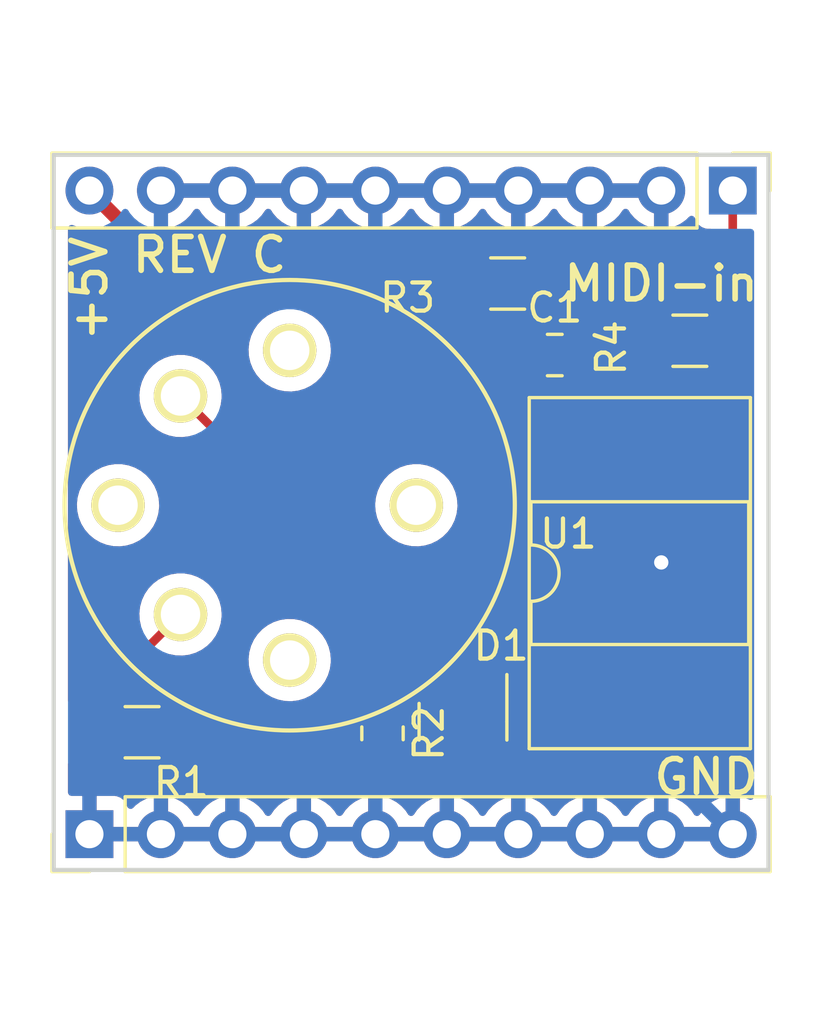
<source format=kicad_pcb>
(kicad_pcb (version 20211014) (generator pcbnew)
  (layers (0 "F.Cu" signal) (31 "B.Cu" signal) (34 "B.Paste" user) (35 "F.Paste" user) (36 "B.SilkS" user "B.Silkscreen") (37 "F.SilkS" user "F.Silkscreen") (38 "B.Mask" user) (39 "F.Mask" user) (44 "Edge.Cuts" user))
  (net 0 "")
  (net 1 "GND")
  (net 2 "Net-(D1-Pad1)")
  (net 3 "Net-(D1-Pad2)")
  (net 4 "VCC")
  (net 5 "Net-(J3-Pad1)")
  (net 6 "Net-(R3-Pad1)")
  (net 7 "Net-(J1-Pad4)")
  (footprint "Package_TO_SOT_SMD:SOT-23" (layer "F.Cu") (at 60.264 53.156 -90)
    (fp_text reference "D1" (at -2.696 -1.356) (layer "F.SilkS"))
    (fp_text value "BAV99")
    (fp_line (start 0 -1.56) (end 0.65 -1.56) (layer "F.SilkS") (width 0.12))
    (fp_line (start 0 1.56) (end 0.65 1.56) (layer "F.SilkS") (width 0.12))
    (fp_line (start 0 1.56) (end -0.65 1.56) (layer "F.SilkS") (width 0.12))
    (fp_line (start 0 -1.56) (end -1.675 -1.56) (layer "F.SilkS") (width 0.12))
    (pad "1" smd roundrect (at -0.9375 -0.95 270) (size 1.475 0.6) (layers "F.Cu" "F.Paste" "F.Mask") (net 2 "Net-(D1-Pad1)"))
    (pad "2" smd roundrect (at -0.9375 0.95 270) (size 1.475 0.6) (layers "F.Cu" "F.Paste" "F.Mask") (net 3 "Net-(D1-Pad2)"))
    (pad "3" smd roundrect (at 0.9375 0 270) (size 1.475 0.6) (layers "F.Cu" "F.Paste" "F.Mask") (net 3 "Net-(D1-Pad2)"))
  )
  (footprint "Resistor_SMD:R_1206_3216Metric" (layer "F.Cu") (at 48.86 53.53)
    (fp_text reference "R1" (at 1.394 1.778) (layer "F.SilkS"))
    (fp_text value "220")
    (fp_line (start -0.602064 -0.91) (end 0.602064 -0.91) (layer "F.SilkS") (width 0.12))
    (fp_line (start -0.602064 0.91) (end 0.602064 0.91) (layer "F.SilkS") (width 0.12))
    (pad "1" smd roundrect locked (at -1.4 0) (size 1.25 1.75) (layers "F.Cu" "F.Paste" "F.Mask") (roundrect_rratio 0.2) (net 7 "Net-(J1-Pad4)"))
    (pad "2" smd roundrect locked (at 1.4 0) (size 1.25 1.75) (layers "F.Cu" "F.Paste" "F.Mask") (roundrect_rratio 0.2) (net 3 "Net-(D1-Pad2)"))
  )
  (footprint "Connector_PinHeader_2.54mm:PinHeader_1x10_P2.54mm_Vertical" (layer "F.Cu") (at 69.85 34.29 -90)
    (fp_text reference "J3" hide)
    (fp_text value "Conn_01x10_Male")
    (fp_line (start -1.33 1.27) (end 1.33 1.27) (layer "F.SilkS") (width 0.12))
    (fp_line (start -1.33 0) (end -1.33 -1.33) (layer "F.SilkS") (width 0.12))
    (fp_line (start -1.33 -1.33) (end 0 -1.33) (layer "F.SilkS") (width 0.12))
    (fp_line (start -1.33 1.27) (end -1.33 24.19) (layer "F.SilkS") (width 0.12))
    (fp_line (start -1.33 24.19) (end 1.33 24.19) (layer "F.SilkS") (width 0.12))
    (fp_line (start 1.33 1.27) (end 1.33 24.19) (layer "F.SilkS") (width 0.12))
    (pad "1" thru_hole rect locked (at 0 0 270) (size 1.7 1.7) (drill 1) (layers *.Cu *.Mask) (net 5 "Net-(J3-Pad1)"))
    (pad "2" thru_hole oval locked (at 0 2.54 270) (size 1.7 1.7) (drill 1) (layers *.Cu *.Mask) (net 1 "GND"))
    (pad "3" thru_hole oval locked (at 0 5.08 270) (size 1.7 1.7) (drill 1) (layers *.Cu *.Mask) (net 1 "GND"))
    (pad "4" thru_hole oval locked (at 0 7.62 270) (size 1.7 1.7) (drill 1) (layers *.Cu *.Mask) (net 1 "GND"))
    (pad "5" thru_hole oval locked (at 0 10.16 270) (size 1.7 1.7) (drill 1) (layers *.Cu *.Mask) (net 1 "GND"))
    (pad "6" thru_hole oval locked (at 0 12.7 270) (size 1.7 1.7) (drill 1) (layers *.Cu *.Mask) (net 1 "GND"))
    (pad "7" thru_hole oval locked (at 0 15.24 270) (size 1.7 1.7) (drill 1) (layers *.Cu *.Mask) (net 1 "GND"))
    (pad "8" thru_hole oval locked (at 0 17.78 270) (size 1.7 1.7) (drill 1) (layers *.Cu *.Mask) (net 1 "GND"))
    (pad "9" thru_hole oval locked (at 0 20.32 270) (size 1.7 1.7) (drill 1) (layers *.Cu *.Mask) (net 1 "GND"))
    (pad "10" thru_hole oval locked (at 0 22.86 270) (size 1.7 1.7) (drill 1) (layers *.Cu *.Mask) (net 4 "VCC"))
  )
  (footprint "Connector_PinHeader_2.54mm:PinHeader_1x10_P2.54mm_Vertical" (layer "F.Cu") (at 46.99 57.15 90)
    (fp_text reference "J2" hide)
    (fp_text value "Conn_01x10_Male")
    (fp_line (start -1.33 24.19) (end 1.33 24.19) (layer "F.SilkS") (width 0.12))
    (fp_line (start -1.33 1.27) (end -1.33 24.19) (layer "F.SilkS") (width 0.12))
    (fp_line (start -1.33 -1.33) (end 0 -1.33) (layer "F.SilkS") (width 0.12))
    (fp_line (start 1.33 1.27) (end 1.33 24.19) (layer "F.SilkS") (width 0.12))
    (fp_line (start -1.33 1.27) (end 1.33 1.27) (layer "F.SilkS") (width 0.12))
    (fp_line (start -1.33 0) (end -1.33 -1.33) (layer "F.SilkS") (width 0.12))
    (pad "1" thru_hole rect locked (at 0 0 90) (size 1.7 1.7) (drill 1) (layers *.Cu *.Mask) (net 1 "GND"))
    (pad "2" thru_hole oval locked (at 0 2.54 90) (size 1.7 1.7) (drill 1) (layers *.Cu *.Mask) (net 1 "GND"))
    (pad "3" thru_hole oval locked (at 0 5.08 90) (size 1.7 1.7) (drill 1) (layers *.Cu *.Mask) (net 1 "GND"))
    (pad "4" thru_hole oval locked (at 0 7.62 90) (size 1.7 1.7) (drill 1) (layers *.Cu *.Mask) (net 1 "GND"))
    (pad "5" thru_hole oval locked (at 0 10.16 90) (size 1.7 1.7) (drill 1) (layers *.Cu *.Mask) (net 1 "GND"))
    (pad "6" thru_hole oval locked (at 0 12.7 90) (size 1.7 1.7) (drill 1) (layers *.Cu *.Mask) (net 1 "GND"))
    (pad "7" thru_hole oval locked (at 0 15.24 90) (size 1.7 1.7) (drill 1) (layers *.Cu *.Mask) (net 1 "GND"))
    (pad "8" thru_hole oval locked (at 0 17.78 90) (size 1.7 1.7) (drill 1) (layers *.Cu *.Mask) (net 1 "GND"))
    (pad "9" thru_hole oval locked (at 0 20.32 90) (size 1.7 1.7) (drill 1) (layers *.Cu *.Mask) (net 1 "GND"))
    (pad "10" thru_hole oval locked (at 0 22.86 90) (size 1.7 1.7) (drill 1) (layers *.Cu *.Mask) (net 1 "GND"))
  )
  (footprint "Connectors:DIN_CUI_SD-50BV" (layer "F.Cu") (at 54.106 45.466)
    (fp_text reference "J1" hide)
    (fp_text value "DIN-5-GND" hide)
    (fp_circle (center 0 0) (end -8 0) (layer "F.SilkS") (width 0.15) (fill none))
    (pad "1" thru_hole circle locked (at 0 5.5) (size 1.9 1.9) (drill 1.4) (layers *.Cu *.Mask "F.SilkS"))
    (pad "2" thru_hole circle locked (at -6.1 0) (size 1.9 1.9) (drill 1.4) (layers *.Cu *.Mask "F.SilkS"))
    (pad "3" thru_hole circle locked (at 0 -5.5) (size 1.9 1.9) (drill 1.4) (layers *.Cu *.Mask "F.SilkS"))
    (pad "4" thru_hole circle locked (at -3.88 3.88) (size 1.9 1.9) (drill 1.4) (layers *.Cu *.Mask "F.SilkS") (net 7 "Net-(J1-Pad4)"))
    (pad "5" thru_hole circle locked (at -3.88 -3.88) (size 1.9 1.9) (drill 1.4) (layers *.Cu *.Mask "F.SilkS") (net 2 "Net-(D1-Pad1)"))
    (pad "6" thru_hole circle locked (at 4.5 0) (size 1.9 1.9) (drill 1.4) (layers *.Cu *.Mask "F.SilkS"))
  )
  (footprint "Capacitor_SMD:C_0805_2012Metric" (layer "F.Cu") (at 63.5255 40.132)
    (fp_text reference "C1" (at 0 -1.68) (layer "F.SilkS"))
    (fp_text value "100n")
    (fp_line (start -0.261252 -0.735) (end 0.261252 -0.735) (layer "F.SilkS") (width 0.12))
    (fp_line (start -0.261252 0.735) (end 0.261252 0.735) (layer "F.SilkS") (width 0.12))
    (pad "1" smd roundrect (at -0.95 0) (size 1 1.45) (layers "F.Cu" "F.Paste" "F.Mask") (net 4 "VCC"))
    (pad "2" smd roundrect (at 0.95 0) (size 1 1.45) (layers "F.Cu" "F.Paste" "F.Mask") (net 1 "GND"))
  )
  (footprint "Resistor_SMD:R_0805_2012Metric" (layer "F.Cu") (at 57.404 53.5685 -90)
    (fp_text reference "R2" (at 0 -1.65 -90) (layer "F.SilkS"))
    (fp_text value "2.2k")
    (fp_line (start -0.227064 -0.735) (end 0.227064 -0.735) (layer "F.SilkS") (width 0.12))
    (fp_line (start -0.227064 0.735) (end 0.227064 0.735) (layer "F.SilkS") (width 0.12))
    (pad "1" smd roundrect (at -0.9125 0 270) (size 1.025 1.4) (layers "F.Cu" "F.Paste" "F.Mask") (roundrect_rratio 0.243902) (net 2 "Net-(D1-Pad1)"))
    (pad "2" smd roundrect (at 0.9125 0 270) (size 1.025 1.4) (layers "F.Cu" "F.Paste" "F.Mask") (roundrect_rratio 0.243902) (net 3 "Net-(D1-Pad2)"))
  )
  (footprint "Resistor_SMD:R_1206_3216Metric" (layer "F.Cu") (at 61.852 37.592 180)
    (fp_text reference "R3" (at 3.556 -0.508) (layer "F.SilkS"))
    (fp_text value "220")
    (fp_line (start -0.602064 0.91) (end 0.602064 0.91) (layer "F.SilkS") (width 0.12))
    (fp_line (start -0.602064 -0.91) (end 0.602064 -0.91) (layer "F.SilkS") (width 0.12))
    (pad "1" smd roundrect locked (at -1.4 0 180) (size 1.25 1.75) (layers "F.Cu" "F.Paste" "F.Mask") (roundrect_rratio 0.2) (net 6 "Net-(R3-Pad1)"))
    (pad "2" smd roundrect locked (at 1.4 0 180) (size 1.25 1.75) (layers "F.Cu" "F.Paste" "F.Mask") (roundrect_rratio 0.2) (net 4 "VCC"))
  )
  (footprint "Resistor_SMD:R_1206_3216Metric" (layer "F.Cu") (at 68.326 39.624 180)
    (fp_text reference "R4" (at 2.794 -0.254 270) (layer "F.SilkS"))
    (fp_text value "220")
    (fp_line (start -0.602064 0.91) (end 0.602064 0.91) (layer "F.SilkS") (width 0.12))
    (fp_line (start -0.602064 -0.91) (end 0.602064 -0.91) (layer "F.SilkS") (width 0.12))
    (pad "1" smd roundrect locked (at -1.4 0 180) (size 1.25 1.75) (layers "F.Cu" "F.Paste" "F.Mask") (roundrect_rratio 0.2) (net 5 "Net-(J3-Pad1)"))
    (pad "2" smd roundrect locked (at 1.4 0 180) (size 1.25 1.75) (layers "F.Cu" "F.Paste" "F.Mask") (roundrect_rratio 0.2) (net 6 "Net-(R3-Pad1)"))
  )
  (footprint "Package_DIP:DIP-6_W8.89mm_SMDSocket_LongPads" (layer "F.Cu") (at 66.548 47.879 90)
    (fp_text reference "U1" (at 1.397 -2.54 -180) (layer "F.SilkS"))
    (fp_text value "H11L1")
    (fp_line (start 2.535 3.87) (end 2.535 -3.87) (layer "F.SilkS") (width 0.12))
    (fp_line (start -2.535 3.87) (end 2.535 3.87) (layer "F.SilkS") (width 0.12))
    (fp_line (start -1 -3.87) (end -2.535 -3.87) (layer "F.SilkS") (width 0.12))
    (fp_line (start 6.235 3.93) (end 6.235 -3.93) (layer "F.SilkS") (width 0.12))
    (fp_line (start -6.235 3.93) (end 6.235 3.93) (layer "F.SilkS") (width 0.12))
    (fp_line (start -6.235 -3.93) (end -6.235 3.93) (layer "F.SilkS") (width 0.12))
    (fp_line (start 6.235 -3.93) (end -6.235 -3.93) (layer "F.SilkS") (width 0.12))
    (fp_line (start -2.535 -3.87) (end -2.535 3.87) (layer "F.SilkS") (width 0.12))
    (fp_line (start 2.535 -3.87) (end 1 -3.87) (layer "F.SilkS") (width 0.12))
    (fp_arc (start 1 -3.87) (mid 0 -2.87) (end -1 -3.87) (layer "F.SilkS") (width 0.12))
    (pad "1" smd rect locked (at -4.445 -2.54 90) (size 3.1 1.6) (layers "F.Cu" "F.Paste" "F.Mask") (net 3 "Net-(D1-Pad2)"))
    (pad "2" smd rect locked (at -4.445 0 90) (size 3.1 1.6) (layers "F.Cu" "F.Paste" "F.Mask") (net 2 "Net-(D1-Pad1)"))
    (pad "3" smd rect locked (at -4.445 2.54 90) (size 3.1 1.6) (layers "F.Cu" "F.Paste" "F.Mask"))
    (pad "4" smd rect locked (at 4.445 2.54 90) (size 3.1 1.6) (layers "F.Cu" "F.Paste" "F.Mask") (net 5 "Net-(J3-Pad1)"))
    (pad "5" smd rect locked (at 4.445 0 90) (size 3.1 1.6) (layers "F.Cu" "F.Paste" "F.Mask") (net 1 "GND"))
    (pad "6" smd rect locked (at 4.445 -2.54 90) (size 3.1 1.6) (layers "F.Cu" "F.Paste" "F.Mask") (net 4 "VCC"))
  )
  (gr_line (start 71.12 58.42) (end 45.72 58.42) (layer "Edge.Cuts") (width 0.15))
  (gr_line (start 71.12 33.02) (end 71.12 58.42) (layer "Edge.Cuts") (width 0.15))
  (gr_line (start 45.72 58.42) (end 45.72 33.02) (layer "Edge.Cuts") (width 0.15))
  (gr_line (start 45.72 33.02) (end 71.12 33.02) (layer "Edge.Cuts") (width 0.15))
  (gr_text "+5V" (at 46.99 35.814 90) (layer "F.SilkS") (effects (font (size 1.2 1.2) (thickness 0.2)) (justify right)))
  (gr_text "GND" (at 70.866 55.118) (layer "F.SilkS") (effects (font (size 1.2 1.2) (thickness 0.2)) (justify right)))
  (gr_text "REV C" (at 54.102 36.576) (layer "F.SilkS") (effects (font (size 1.2 1.2) (thickness 0.2)) (justify right)))
  (gr_text "MIDI-in" (at 70.866 37.592) (layer "F.SilkS") (effects (font (size 1.2 1.2) (thickness 0.2)) (justify right)))
  (segment (start 66.548 46.736) (end 67.31 47.498) (width 0.508) (layer "F.Cu") (net 1))
  (segment (start 66.548 42.2045) (end 66.548 43.434) (width 0.508) (layer "F.Cu") (net 1))
  (segment (start 64.4755 40.132) (end 66.548 42.2045) (width 0.508) (layer "F.Cu") (net 1))
  (segment (start 66.548 43.434) (end 66.548 46.736) (width 0.508) (layer "F.Cu") (net 1))
  (segment (start 66.548 42.367) (end 66.548 43.434) (width 0.2032) (layer "F.Cu") (net 1))
  (via (at 67.31 47.498) (size 0.762) (drill 0.508) (layers "F.Cu" "B.Cu") (net 1))
  (segment (start 66.294 48.514) (end 66.294 53.594) (width 0.508) (layer "B.Cu") (net 1))
  (segment (start 67.31 34.29) (end 64.77 34.29) (width 0.508) (layer "B.Cu") (net 1))
  (segment (start 62.23 34.29) (end 59.69 34.29) (width 0.508) (layer "B.Cu") (net 1))
  (segment (start 67.31 47.498) (end 66.294 48.514) (width 0.508) (layer "B.Cu") (net 1))
  (segment (start 67.31 57.15) (end 64.77 57.15) (width 0.508) (layer "B.Cu") (net 1))
  (segment (start 66.294 53.594) (end 69.85 57.15) (width 0.508) (layer "B.Cu") (net 1))
  (segment (start 57.15 34.29) (end 54.61 34.29) (width 0.508) (layer "B.Cu") (net 1))
  (segment (start 52.07 57.15) (end 49.53 57.15) (width 0.508) (layer "B.Cu") (net 1))
  (segment (start 67.31 34.29) (end 67.31 47.498) (width 0.508) (layer "B.Cu") (net 1))
  (segment (start 52.07 34.29) (end 49.53 34.29) (width 0.508) (layer "B.Cu") (net 1))
  (segment (start 69.85 57.15) (end 67.31 57.15) (width 0.508) (layer "B.Cu") (net 1))
  (segment (start 59.69 57.15) (end 57.15 57.15) (width 0.508) (layer "B.Cu") (net 1))
  (segment (start 57.15 57.15) (end 54.61 57.15) (width 0.508) (layer "B.Cu") (net 1))
  (segment (start 64.77 34.29) (end 62.23 34.29) (width 0.508) (layer "B.Cu") (net 1))
  (segment (start 49.53 57.15) (end 46.99 57.15) (width 0.508) (layer "B.Cu") (net 1))
  (segment (start 64.77 57.15) (end 62.23 57.15) (width 0.508) (layer "B.Cu") (net 1))
  (segment (start 54.61 57.15) (end 52.07 57.15) (width 0.508) (layer "B.Cu") (net 1))
  (segment (start 59.69 34.29) (end 57.15 34.29) (width 0.508) (layer "B.Cu") (net 1))
  (segment (start 62.23 57.15) (end 59.69 57.15) (width 0.508) (layer "B.Cu") (net 1))
  (segment (start 54.61 34.29) (end 52.07 34.29) (width 0.508) (layer "B.Cu") (net 1))
  (segment (start 66.548 50.4692) (end 65.6088 49.53) (width 0.3048) (layer "F.Cu") (net 2))
  (segment (start 61.214 51.2012) (end 60.3048 50.292) (width 0.3048) (layer "F.Cu") (net 2))
  (segment (start 65.6088 49.53) (end 62.8852 49.53) (width 0.3048) (layer "F.Cu") (net 2))
  (segment (start 61.214 51.956) (end 61.214 51.2012) (width 0.3048) (layer "F.Cu") (net 2))
  (segment (start 57.404 52.656) (end 57.404 51.054) (width 0.3048) (layer "F.Cu") (net 2))
  (segment (start 66.548 50.4692) (end 66.548 52.324) (width 0.3048) (layer "F.Cu") (net 2))
  (segment (start 54.864 46.99) (end 54.864 46.224) (width 0.3048) (layer "F.Cu") (net 2))
  (segment (start 58.166 50.292) (end 57.404 51.054) (width 0.3048) (layer "F.Cu") (net 2))
  (segment (start 54.864 46.224) (end 50.226 41.586) (width 0.3048) (layer "F.Cu") (net 2))
  (segment (start 58.166 50.292) (end 54.864 46.99) (width 0.3048) (layer "F.Cu") (net 2))
  (segment (start 60.3048 50.292) (end 58.166 50.292) (width 0.3048) (layer "F.Cu") (net 2))
  (segment (start 62.8852 49.53) (end 61.214 51.2012) (width 0.3048) (layer "F.Cu") (net 2))
  (segment (start 57.404 54.356) (end 51.054 54.356) (width 0.3048) (layer "F.Cu") (net 3))
  (segment (start 60.264 54.356) (end 62.726 54.356) (width 0.3048) (layer "F.Cu") (net 3))
  (segment (start 64.008 53.074) (end 64.008 52.324) (width 0.3048) (layer "F.Cu") (net 3))
  (segment (start 60.264 54.306) (end 59.314 53.356) (width 0.3048) (layer "F.Cu") (net 3))
  (segment (start 62.726 54.356) (end 64.008 53.074) (width 0.3048) (layer "F.Cu") (net 3))
  (segment (start 51.054 54.356) (end 50.292 53.594) (width 0.3048) (layer "F.Cu") (net 3))
  (segment (start 60.264 54.356) (end 57.404 54.356) (width 0.3048) (layer "F.Cu") (net 3))
  (segment (start 60.264 54.356) (end 60.264 54.306) (width 0.3048) (layer "F.Cu") (net 3))
  (segment (start 59.314 53.356) (end 59.314 51.956) (width 0.3048) (layer "F.Cu") (net 3))
  (segment (start 62.5755 40.3645) (end 62.138 40.802) (width 0.508) (layer "F.Cu") (net 4))
  (segment (start 46.99 34.29) (end 50.292 37.592) (width 0.508) (layer "F.Cu") (net 4))
  (segment (start 62.138 40.802) (end 60.452 39.116) (width 0.508) (layer "F.Cu") (net 4))
  (segment (start 62.5755 40.132) (end 62.5755 40.3645) (width 0.508) (layer "F.Cu") (net 4))
  (segment (start 64.008 42.672) (end 62.138 40.802) (width 0.508) (layer "F.Cu") (net 4))
  (segment (start 64.008 43.434) (end 64.008 42.672) (width 0.508) (layer "F.Cu") (net 4))
  (segment (start 50.292 37.592) (end 60.452 37.592) (width 0.508) (layer "F.Cu") (net 4))
  (segment (start 62.438 40.132) (end 61.953 40.617) (width 0.2032) (layer "F.Cu") (net 4))
  (segment (start 60.452 37.592) (end 60.452 39.116) (width 0.508) (layer "F.Cu") (net 4))
  (segment (start 69.85 39.5) (end 69.726 39.624) (width 0.3048) (layer "F.Cu") (net 5))
  (segment (start 69.726 42.796) (end 69.088 43.434) (width 0.3048) (layer "F.Cu") (net 5))
  (segment (start 69.85 34.29) (end 69.85 39.5) (width 0.3048) (layer "F.Cu") (net 5))
  (segment (start 69.726 39.624) (end 69.726 42.796) (width 0.3048) (layer "F.Cu") (net 5))
  (segment (start 66.926 39.624) (end 66.926 38.478) (width 0.3048) (layer "F.Cu") (net 6))
  (segment (start 66.04 37.592) (end 63.252 37.592) (width 0.3048) (layer "F.Cu") (net 6))
  (segment (start 66.926 38.478) (end 66.04 37.592) (width 0.3048) (layer "F.Cu") (net 6))
  (segment (start 47.492 52.08) (end 50.226 49.346) (width 0.3048) (layer "F.Cu") (net 7))
  (segment (start 47.492 53.594) (end 47.492 52.08) (width 0.3048) (layer "F.Cu") (net 7))
  (zone (net 1) (net_name "GND") (layer "F.Cu") (connect_pads (clearance 0.508)) (min_thickness 0.254) (fill yes (thermal_gap 0.508) (thermal_bridge_width 0.508))
    (polygon (pts (xy 45.974 33.274) (xy 70.866 33.274) (xy 70.866 58.166) (xy 45.974 58.166)))
  )
  (zone (net 1) (net_name "GND") (layer "B.Cu") (connect_pads (clearance 0.508)) (min_thickness 0.254) (fill yes (thermal_gap 0.508) (thermal_bridge_width 0.508))
    (polygon (pts (xy 45.974 58.166) (xy 45.974 33.274) (xy 70.866 33.274) (xy 70.866 58.166)))
  )
)
</source>
